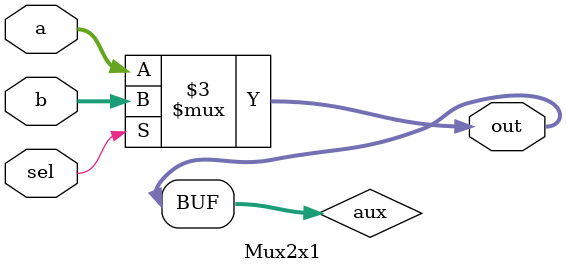
<source format=sv>
module Mux2x1
( 
  input  [15:0] a   ,
  input  [15:0] b   ,
  input  sel ,
  output [15:0] out 
);

logic [15:0] aux;

assign out = aux;

always_comb begin
//    if((sel != 1'b0) && (sel != 1'b1)) begin
//        aux = 1'bX;
//    end
//    else begin
        aux = (sel == 1'b1) ? b : a;
//    end
end

endmodule
</source>
